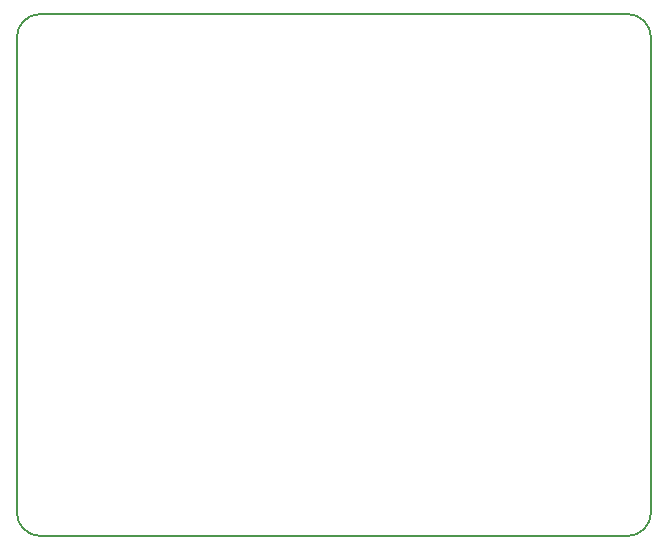
<source format=gbr>
G04 #@! TF.FileFunction,Profile,NP*
%FSLAX46Y46*%
G04 Gerber Fmt 4.6, Leading zero omitted, Abs format (unit mm)*
G04 Created by KiCad (PCBNEW 4.0.7-e2-6376~61~ubuntu18.04.1) date Sat Jun  9 20:52:15 2018*
%MOMM*%
%LPD*%
G01*
G04 APERTURE LIST*
%ADD10C,0.100000*%
%ADD11C,0.150000*%
G04 APERTURE END LIST*
D10*
D11*
X111700000Y-132000000D02*
X107200000Y-132000000D01*
X107200000Y-87800000D02*
X111700000Y-87800000D01*
X156900000Y-87800000D02*
X152900000Y-87800000D01*
X156900000Y-132000000D02*
X152900000Y-132000000D01*
X111700000Y-87800000D02*
X152900000Y-87800000D01*
X105200000Y-130000000D02*
X105200000Y-89800000D01*
X152900000Y-132000000D02*
X111700000Y-132000000D01*
X158900000Y-89800000D02*
X158900000Y-130000000D01*
X156900000Y-132000000D02*
G75*
G03X158900000Y-130000000I0J2000000D01*
G01*
X105200000Y-130000000D02*
G75*
G03X107200000Y-132000000I2000000J0D01*
G01*
X107200000Y-87800000D02*
G75*
G03X105200000Y-89800000I0J-2000000D01*
G01*
X158900000Y-89800000D02*
G75*
G03X156900000Y-87800000I-2000000J0D01*
G01*
M02*

</source>
